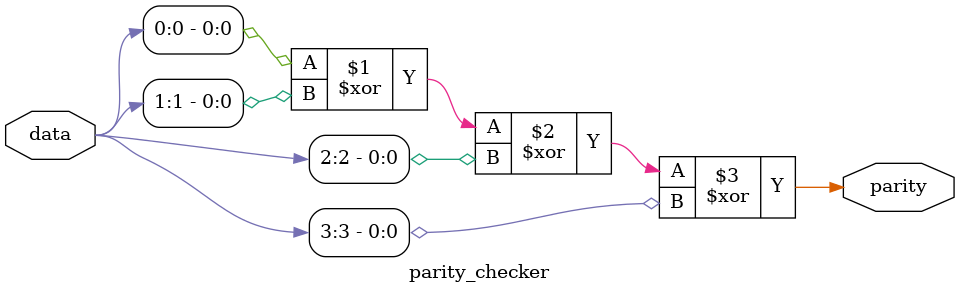
<source format=v>
module parity_checker (
    input  [3:0] data,
    output parity
);
    assign parity = data[0] ^ data[1] ^ data[2] ^ data[3];

endmodule

</source>
